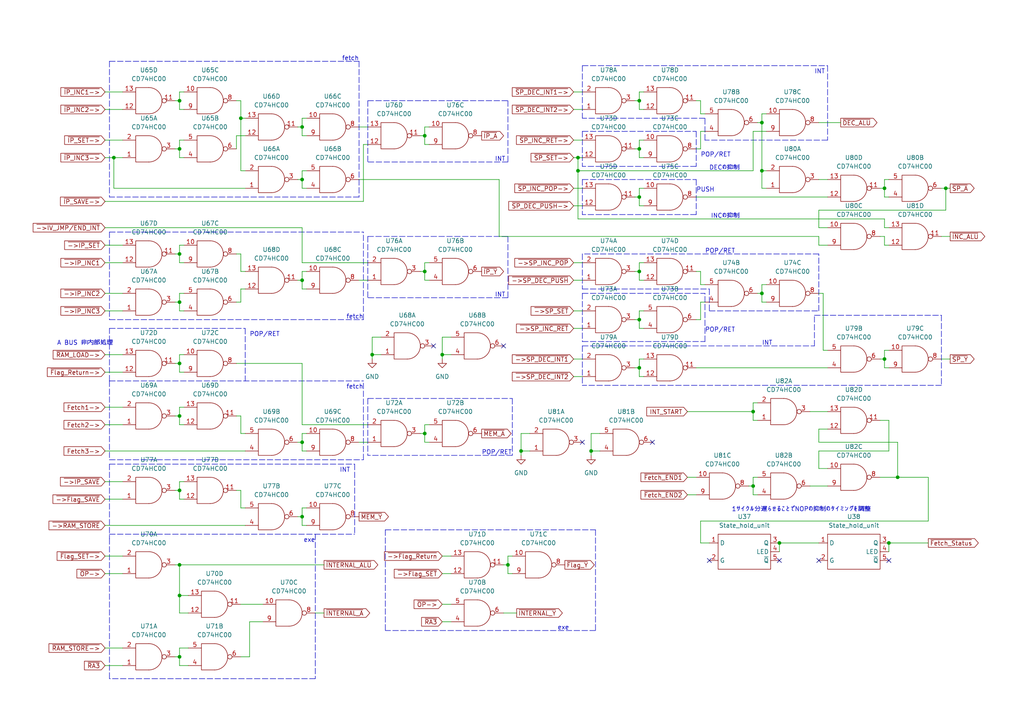
<source format=kicad_sch>
(kicad_sch (version 20211123) (generator eeschema)
  (paper "A4")
  (lib_symbols
    (symbol "CD74HCXX:CD74HC00" (pin_names (offset 0.762))
      (property "Reference" "U" (at -2.54 6.985 0))
      (property "Value" "CD74HC00" (at 1.27 5.08 0))
      (symbol "CD74HC00_0_0"
        (pin power_in line (at -2.54 2.54 0) (length 0) hide (name "VCC") (number "14"))
        (pin power_in line (at -2.54 -2.54 0) (length 0) hide (name "GND") (number "7"))
      )
      (symbol "CD74HC00_0_1"
        (arc (start 0 -3.81) (mid 3.81 0) (end 0 3.81))
        (polyline (pts (xy 0 3.81) (xy -3.81 3.81) (xy -3.81 -3.81) (xy 0 -3.81)))
      )
      (symbol "CD74HC00_0_2"
        (arc (start -4.445 -3.81) (mid -3.175 0) (end -4.445 3.81))
        (arc (start -3.175 -3.81) (mid 0.803 -2.7954) (end 3.81 0))
        (polyline (pts (xy -4.445 -3.81) (xy -3.175 -3.81)))
        (polyline (pts (xy -4.445 3.81) (xy -3.175 3.81)))
        (arc (start 3.81 0) (mid 0.8099 2.8117) (end -3.175 3.81))
      )
      (symbol "CD74HC00_1_1"
        (pin input line (at -7.62 2.54 0) (length 3.81) (name "~") (number "1"))
        (pin input line (at -7.62 -2.54 0) (length 3.81) (name "~") (number "2"))
        (pin output inverted (at 7.62 0 180) (length 3.81) (name "~") (number "3"))
      )
      (symbol "CD74HC00_1_2"
        (pin input inverted (at -7.62 2.54 0) (length 3.81) (name "~") (number "1"))
        (pin input inverted (at -7.62 -2.54 0) (length 3.81) (name "~") (number "2"))
        (pin output line (at 7.62 0 180) (length 3.81) (name "~") (number "3"))
      )
      (symbol "CD74HC00_2_1"
        (pin input line (at -7.62 2.54 0) (length 3.81) (name "~") (number "4"))
        (pin input line (at -7.62 -2.54 0) (length 3.81) (name "~") (number "5"))
        (pin output inverted (at 7.62 0 180) (length 3.81) (name "~") (number "6"))
      )
      (symbol "CD74HC00_2_2"
        (pin input inverted (at -7.62 2.54 0) (length 3.81) (name "~") (number "4"))
        (pin input inverted (at -7.62 -2.54 0) (length 3.81) (name "~") (number "5"))
        (pin output line (at 7.62 0 180) (length 3.81) (name "~") (number "6"))
      )
      (symbol "CD74HC00_3_1"
        (pin input line (at -7.62 -2.54 0) (length 3.81) (name "~") (number "10"))
        (pin output inverted (at 7.62 0 180) (length 3.81) (name "~") (number "8"))
        (pin input line (at -7.62 2.54 0) (length 3.81) (name "~") (number "9"))
      )
      (symbol "CD74HC00_3_2"
        (pin input inverted (at -7.62 -2.54 0) (length 3.81) (name "~") (number "10"))
        (pin output line (at 7.62 0 180) (length 3.81) (name "~") (number "8"))
        (pin input inverted (at -7.62 2.54 0) (length 3.81) (name "~") (number "9"))
      )
      (symbol "CD74HC00_4_1"
        (pin output inverted (at 7.62 0 180) (length 3.81) (name "~") (number "11"))
        (pin input line (at -7.62 2.54 0) (length 3.81) (name "~") (number "12"))
        (pin input line (at -7.62 -2.54 0) (length 3.81) (name "~") (number "13"))
      )
      (symbol "CD74HC00_4_2"
        (pin output line (at 7.62 0 180) (length 3.81) (name "~") (number "11"))
        (pin input inverted (at -7.62 2.54 0) (length 3.81) (name "~") (number "12"))
        (pin input inverted (at -7.62 -2.54 0) (length 3.81) (name "~") (number "13"))
      )
    )
    (symbol "State_hold_unit:State_hold_unit"
      (property "Reference" "U" (at 0 0 0))
      (property "Value" "State_hold_unit" (at 0 -12.7 0))
      (symbol "State_hold_unit_0_1"
        (rectangle (start -7.62 -1.27) (end 7.62 -11.43))
      )
      (symbol "State_hold_unit_1_1"
        (pin input line (at -10.16 -3.81 0) (length 2.54) (name "D") (number "1"))
        (pin input line (at -10.16 -8.89 0) (length 2.54) (name "G") (number "2"))
        (pin output line (at 10.16 -3.81 180) (length 2.54) (name "Q") (number "3"))
        (pin input line (at 10.16 -6.35 180) (length 2.54) (name "LED") (number "4"))
        (pin output line (at 10.16 -8.89 180) (length 2.54) (name "~{Q}") (number "5"))
      )
    )
    (symbol "power:GND" (power) (pin_names (offset 0))
      (property "Value" "GND" (at 0 -3.81 0))
      (symbol "GND_0_1"
        (polyline (pts (xy 0 0) (xy 0 -1.27) (xy 1.27 -1.27) (xy 0 -2.54) (xy -1.27 -1.27) (xy 0 -1.27)))
      )
      (symbol "GND_1_1"
        (pin power_in line (at 0 0 270) (length 0) hide (name "GND") (number "1"))
      )
    )
  )
  (junction (at 123.19 78.74))
  (junction (at 256.54 104.14))
  (junction (at 52.07 163.83))
  (junction (at 218.44 119.38))
  (junction (at 52.07 190.5))
  (junction (at 220.98 85.09))
  (junction (at 171.45 130.81))
  (junction (at 123.19 39.37))
  (junction (at 52.07 120.65))
  (junction (at 87.63 52.07))
  (junction (at 257.81 157.48))
  (junction (at 52.07 73.66))
  (junction (at 185.42 106.68))
  (junction (at 87.63 36.83))
  (junction (at 123.19 125.73))
  (junction (at 52.07 87.63))
  (junction (at 185.42 43.18))
  (junction (at 69.85 34.29))
  (junction (at 167.64 45.72))
  (junction (at 128.27 102.87))
  (junction (at 185.42 78.74))
  (junction (at 218.44 140.97))
  (junction (at 220.98 49.53))
  (junction (at 185.42 57.15))
  (junction (at 87.63 149.86))
  (junction (at 167.64 49.53))
  (junction (at 147.32 163.83))
  (junction (at 151.13 130.81))
  (junction (at 52.07 29.21))
  (junction (at 185.42 29.21))
  (junction (at 52.07 142.24))
  (junction (at 52.07 172.72))
  (junction (at 52.07 43.18))
  (junction (at 52.07 105.41))
  (junction (at 220.98 35.56))
  (junction (at 260.35 138.43))
  (junction (at 185.42 92.71))
  (junction (at 87.63 128.27))
  (junction (at 87.63 81.28))
  (junction (at 107.95 102.87))
  (junction (at 33.02 45.72))
  (junction (at 274.32 54.61))
  (junction (at 226.06 157.48))
  (junction (at 256.54 54.61))
  (no_connect (at 257.81 162.56))
  (no_connect (at 237.49 162.56))
  (no_connect (at 125.73 100.33))
  (no_connect (at 146.05 100.33))
  (no_connect (at 205.74 162.56))
  (no_connect (at 226.06 162.56))
  (no_connect (at 168.91 128.27))
  (no_connect (at 189.23 128.27))
  (polyline (pts (xy 172.72 153.67) (xy 172.72 182.88)))
  (wire (pts (xy 30.48 76.2) (xy 35.56 76.2)))
  (wire (pts (xy 168.91 90.17) (xy 166.37 90.17)))
  (wire (pts (xy 69.85 73.66) (xy 69.85 78.74)))
  (wire (pts (xy 256.54 54.61) (xy 256.54 57.15)))
  (wire (pts (xy 201.93 43.18) (xy 203.2 43.18)))
  (wire (pts (xy 220.98 85.09) (xy 220.98 82.55)))
  (wire (pts (xy 128.27 102.87) (xy 130.81 102.87)))
  (wire (pts (xy 186.69 95.25) (xy 185.42 95.25)))
  (wire (pts (xy 185.42 76.2) (xy 186.69 76.2)))
  (wire (pts (xy 123.19 125.73) (xy 123.19 123.19)))
  (wire (pts (xy 255.27 68.58) (xy 256.54 68.58)))
  (wire (pts (xy 68.58 105.41) (xy 87.63 105.41)))
  (wire (pts (xy 107.95 97.79) (xy 110.49 97.79)))
  (polyline (pts (xy 147.32 29.21) (xy 147.32 46.99)))
  (polyline (pts (xy 147.32 86.36) (xy 106.68 86.36)))
  (wire (pts (xy 50.8 43.18) (xy 52.07 43.18)))
  (wire (pts (xy 52.07 26.67) (xy 53.34 26.67)))
  (wire (pts (xy 168.91 31.75) (xy 166.37 31.75)))
  (wire (pts (xy 237.49 60.96) (xy 274.32 60.96)))
  (polyline (pts (xy 31.75 134.62) (xy 102.87 134.62)))
  (wire (pts (xy 30.48 187.96) (xy 35.56 187.96)))
  (polyline (pts (xy 168.91 85.09) (xy 168.91 99.06)))
  (wire (pts (xy 185.42 92.71) (xy 185.42 95.25)))
  (wire (pts (xy 30.48 118.11) (xy 35.56 118.11)))
  (polyline (pts (xy 240.03 19.05) (xy 240.03 40.64)))
  (wire (pts (xy 54.61 193.04) (xy 52.07 193.04)))
  (wire (pts (xy 186.69 109.22) (xy 185.42 109.22)))
  (wire (pts (xy 269.24 151.13) (xy 269.24 138.43)))
  (wire (pts (xy 88.9 54.61) (xy 87.63 54.61)))
  (polyline (pts (xy 273.05 111.76) (xy 168.91 111.76)))
  (wire (pts (xy 238.76 101.6) (xy 240.03 101.6)))
  (wire (pts (xy 184.15 92.71) (xy 185.42 92.71)))
  (wire (pts (xy 185.42 57.15) (xy 185.42 54.61)))
  (wire (pts (xy 52.07 177.8) (xy 52.07 172.72)))
  (wire (pts (xy 69.85 29.21) (xy 69.85 34.29)))
  (wire (pts (xy 53.34 31.75) (xy 52.07 31.75)))
  (wire (pts (xy 203.2 38.1) (xy 204.47 38.1)))
  (wire (pts (xy 52.07 40.64) (xy 53.34 40.64)))
  (polyline (pts (xy 205.74 90.17) (xy 237.49 90.17)))
  (wire (pts (xy 52.07 73.66) (xy 52.07 76.2)))
  (wire (pts (xy 52.07 120.65) (xy 52.07 123.19)))
  (wire (pts (xy 203.2 92.71) (xy 203.2 87.63)))
  (wire (pts (xy 234.95 140.97) (xy 240.03 140.97)))
  (polyline (pts (xy 148.59 115.57) (xy 148.59 132.08)))
  (wire (pts (xy 171.45 130.81) (xy 173.99 130.81)))
  (wire (pts (xy 30.48 31.75) (xy 35.56 31.75)))
  (wire (pts (xy 30.48 123.19) (xy 35.56 123.19)))
  (wire (pts (xy 222.25 54.61) (xy 220.98 54.61)))
  (wire (pts (xy 72.39 180.34) (xy 76.2 180.34)))
  (wire (pts (xy 68.58 87.63) (xy 69.85 87.63)))
  (wire (pts (xy 257.81 57.15) (xy 256.54 57.15)))
  (wire (pts (xy 220.98 33.02) (xy 222.25 33.02)))
  (wire (pts (xy 168.91 26.67) (xy 166.37 26.67)))
  (wire (pts (xy 220.98 49.53) (xy 222.25 49.53)))
  (wire (pts (xy 256.54 104.14) (xy 256.54 101.6)))
  (wire (pts (xy 185.42 43.18) (xy 185.42 40.64)))
  (wire (pts (xy 219.71 121.92) (xy 218.44 121.92)))
  (polyline (pts (xy 31.75 67.31) (xy 31.75 92.71)))
  (wire (pts (xy 69.85 142.24) (xy 69.85 147.32)))
  (wire (pts (xy 121.92 78.74) (xy 123.19 78.74)))
  (wire (pts (xy 52.07 29.21) (xy 52.07 31.75)))
  (wire (pts (xy 186.69 81.28) (xy 185.42 81.28)))
  (wire (pts (xy 52.07 85.09) (xy 53.34 85.09)))
  (wire (pts (xy 30.48 166.37) (xy 35.56 166.37)))
  (polyline (pts (xy 168.91 19.05) (xy 168.91 34.29)))
  (wire (pts (xy 237.49 66.04) (xy 237.49 60.96)))
  (polyline (pts (xy 91.44 154.94) (xy 91.44 196.85)))
  (wire (pts (xy 86.36 52.07) (xy 87.63 52.07)))
  (wire (pts (xy 218.44 38.1) (xy 222.25 38.1)))
  (wire (pts (xy 87.63 147.32) (xy 88.9 147.32)))
  (wire (pts (xy 203.2 29.21) (xy 203.2 33.02)))
  (wire (pts (xy 53.34 123.19) (xy 52.07 123.19)))
  (wire (pts (xy 106.68 128.27) (xy 104.14 128.27)))
  (wire (pts (xy 257.81 66.04) (xy 256.54 66.04)))
  (polyline (pts (xy 237.49 90.17) (xy 237.49 73.66)))
  (wire (pts (xy 52.07 139.7) (xy 53.34 139.7)))
  (wire (pts (xy 30.48 161.29) (xy 35.56 161.29)))
  (wire (pts (xy 199.39 143.51) (xy 201.93 143.51)))
  (wire (pts (xy 88.9 83.82) (xy 87.63 83.82)))
  (wire (pts (xy 201.93 106.68) (xy 240.03 106.68)))
  (wire (pts (xy 87.63 36.83) (xy 87.63 34.29)))
  (wire (pts (xy 105.41 41.91) (xy 106.68 41.91)))
  (wire (pts (xy 30.48 45.72) (xy 33.02 45.72)))
  (wire (pts (xy 220.98 35.56) (xy 220.98 49.53)))
  (wire (pts (xy 185.42 57.15) (xy 185.42 59.69)))
  (wire (pts (xy 128.27 166.37) (xy 130.81 166.37)))
  (wire (pts (xy 52.07 190.5) (xy 52.07 187.96)))
  (wire (pts (xy 217.17 140.97) (xy 218.44 140.97)))
  (wire (pts (xy 52.07 90.17) (xy 52.07 87.63)))
  (wire (pts (xy 237.49 135.89) (xy 237.49 130.81)))
  (polyline (pts (xy 106.68 115.57) (xy 106.68 132.08)))
  (polyline (pts (xy 91.44 196.85) (xy 31.75 196.85)))
  (polyline (pts (xy 111.76 153.67) (xy 172.72 153.67)))
  (polyline (pts (xy 31.75 92.71) (xy 105.41 92.71)))
  (wire (pts (xy 144.78 68.58) (xy 237.49 68.58)))
  (wire (pts (xy 257.81 157.48) (xy 257.81 160.02)))
  (wire (pts (xy 87.63 81.28) (xy 87.63 83.82)))
  (wire (pts (xy 69.85 83.82) (xy 71.12 83.82)))
  (wire (pts (xy 151.13 130.81) (xy 153.67 130.81)))
  (wire (pts (xy 123.19 39.37) (xy 123.19 36.83)))
  (wire (pts (xy 203.2 78.74) (xy 203.2 82.55)))
  (polyline (pts (xy 205.74 83.82) (xy 205.74 90.17)))
  (wire (pts (xy 167.64 45.72) (xy 168.91 45.72)))
  (wire (pts (xy 186.69 59.69) (xy 185.42 59.69)))
  (wire (pts (xy 203.2 43.18) (xy 203.2 38.1)))
  (wire (pts (xy 87.63 123.19) (xy 106.68 123.19)))
  (polyline (pts (xy 201.93 52.07) (xy 201.93 62.23)))
  (polyline (pts (xy 168.91 85.09) (xy 204.47 85.09)))
  (wire (pts (xy 201.93 29.21) (xy 203.2 29.21)))
  (wire (pts (xy 237.49 130.81) (xy 257.81 130.81)))
  (wire (pts (xy 275.59 54.61) (xy 274.32 54.61)))
  (wire (pts (xy 54.61 177.8) (xy 52.07 177.8)))
  (wire (pts (xy 69.85 175.26) (xy 76.2 175.26)))
  (wire (pts (xy 151.13 132.08) (xy 151.13 130.81)))
  (wire (pts (xy 123.19 76.2) (xy 124.46 76.2)))
  (wire (pts (xy 199.39 119.38) (xy 218.44 119.38)))
  (wire (pts (xy 123.19 78.74) (xy 123.19 76.2)))
  (polyline (pts (xy 105.41 92.71) (xy 105.41 67.31)))
  (wire (pts (xy 171.45 130.81) (xy 171.45 125.73)))
  (wire (pts (xy 218.44 116.84) (xy 219.71 116.84)))
  (polyline (pts (xy 201.93 38.1) (xy 201.93 48.26)))
  (wire (pts (xy 87.63 128.27) (xy 87.63 125.73)))
  (wire (pts (xy 151.13 130.81) (xy 151.13 125.73)))
  (wire (pts (xy 68.58 73.66) (xy 69.85 73.66)))
  (polyline (pts (xy 106.68 29.21) (xy 106.68 46.99)))
  (wire (pts (xy 256.54 66.04) (xy 256.54 63.5)))
  (wire (pts (xy 53.34 144.78) (xy 52.07 144.78)))
  (wire (pts (xy 87.63 34.29) (xy 88.9 34.29)))
  (wire (pts (xy 53.34 45.72) (xy 52.07 45.72)))
  (wire (pts (xy 50.8 73.66) (xy 52.07 73.66)))
  (wire (pts (xy 185.42 106.68) (xy 185.42 109.22)))
  (wire (pts (xy 53.34 90.17) (xy 52.07 90.17)))
  (wire (pts (xy 168.91 95.25) (xy 166.37 95.25)))
  (wire (pts (xy 50.8 163.83) (xy 52.07 163.83)))
  (wire (pts (xy 256.54 104.14) (xy 256.54 106.68)))
  (wire (pts (xy 50.8 142.24) (xy 52.07 142.24)))
  (wire (pts (xy 222.25 87.63) (xy 220.98 87.63)))
  (wire (pts (xy 72.39 190.5) (xy 72.39 180.34)))
  (wire (pts (xy 185.42 29.21) (xy 185.42 26.67)))
  (wire (pts (xy 30.48 130.81) (xy 71.12 130.81)))
  (wire (pts (xy 30.48 58.42) (xy 105.41 58.42)))
  (wire (pts (xy 185.42 78.74) (xy 185.42 81.28)))
  (wire (pts (xy 237.49 128.27) (xy 260.35 128.27)))
  (wire (pts (xy 52.07 105.41) (xy 52.07 107.95)))
  (wire (pts (xy 107.95 104.14) (xy 107.95 102.87)))
  (polyline (pts (xy 71.12 95.25) (xy 71.12 110.49)))
  (wire (pts (xy 106.68 81.28) (xy 104.14 81.28)))
  (wire (pts (xy 30.48 102.87) (xy 35.56 102.87)))
  (wire (pts (xy 240.03 124.46) (xy 237.49 124.46)))
  (wire (pts (xy 50.8 120.65) (xy 52.07 120.65)))
  (wire (pts (xy 69.85 147.32) (xy 71.12 147.32)))
  (wire (pts (xy 185.42 104.14) (xy 186.69 104.14)))
  (wire (pts (xy 128.27 180.34) (xy 130.81 180.34)))
  (wire (pts (xy 237.49 71.12) (xy 240.03 71.12)))
  (wire (pts (xy 50.8 190.5) (xy 52.07 190.5)))
  (wire (pts (xy 69.85 87.63) (xy 69.85 83.82)))
  (wire (pts (xy 68.58 120.65) (xy 69.85 120.65)))
  (polyline (pts (xy 31.75 17.78) (xy 104.14 17.78)))
  (wire (pts (xy 86.36 128.27) (xy 87.63 128.27)))
  (wire (pts (xy 30.48 90.17) (xy 35.56 90.17)))
  (wire (pts (xy 128.27 161.29) (xy 130.81 161.29)))
  (wire (pts (xy 168.91 81.28) (xy 166.37 81.28)))
  (wire (pts (xy 106.68 36.83) (xy 104.14 36.83)))
  (wire (pts (xy 50.8 105.41) (xy 52.07 105.41)))
  (wire (pts (xy 30.48 152.4) (xy 71.12 152.4)))
  (wire (pts (xy 128.27 102.87) (xy 128.27 97.79)))
  (wire (pts (xy 220.98 49.53) (xy 220.98 54.61)))
  (wire (pts (xy 203.2 87.63) (xy 204.47 87.63)))
  (wire (pts (xy 52.07 172.72) (xy 52.07 163.83)))
  (polyline (pts (xy 106.68 115.57) (xy 148.59 115.57)))
  (polyline (pts (xy 147.32 68.58) (xy 147.32 86.36)))
  (wire (pts (xy 87.63 66.04) (xy 87.63 76.2)))
  (polyline (pts (xy 168.91 100.33) (xy 168.91 111.76)))
  (wire (pts (xy 91.44 177.8) (xy 93.98 177.8)))
  (wire (pts (xy 226.06 157.48) (xy 237.49 157.48)))
  (wire (pts (xy 30.48 71.12) (xy 35.56 71.12)))
  (wire (pts (xy 128.27 97.79) (xy 130.81 97.79)))
  (wire (pts (xy 52.07 118.11) (xy 53.34 118.11)))
  (wire (pts (xy 237.49 124.46) (xy 237.49 128.27)))
  (polyline (pts (xy 204.47 34.29) (xy 168.91 34.29)))
  (wire (pts (xy 30.48 85.09) (xy 35.56 85.09)))
  (wire (pts (xy 166.37 45.72) (xy 167.64 45.72)))
  (wire (pts (xy 220.98 85.09) (xy 220.98 87.63)))
  (wire (pts (xy 184.15 106.68) (xy 185.42 106.68)))
  (wire (pts (xy 185.42 78.74) (xy 185.42 76.2)))
  (wire (pts (xy 226.06 157.48) (xy 226.06 160.02)))
  (wire (pts (xy 87.63 39.37) (xy 87.63 36.83)))
  (wire (pts (xy 168.91 54.61) (xy 166.37 54.61)))
  (wire (pts (xy 168.91 40.64) (xy 166.37 40.64)))
  (wire (pts (xy 168.91 59.69) (xy 166.37 59.69)))
  (wire (pts (xy 147.32 161.29) (xy 148.59 161.29)))
  (wire (pts (xy 218.44 138.43) (xy 219.71 138.43)))
  (wire (pts (xy 151.13 125.73) (xy 153.67 125.73)))
  (wire (pts (xy 69.85 34.29) (xy 69.85 49.53)))
  (wire (pts (xy 107.95 102.87) (xy 107.95 97.79)))
  (wire (pts (xy 123.19 125.73) (xy 123.19 128.27)))
  (wire (pts (xy 53.34 107.95) (xy 52.07 107.95)))
  (polyline (pts (xy 240.03 40.64) (xy 204.47 40.64)))
  (wire (pts (xy 147.32 163.83) (xy 147.32 166.37)))
  (wire (pts (xy 105.41 41.91) (xy 105.41 58.42)))
  (wire (pts (xy 87.63 78.74) (xy 88.9 78.74)))
  (polyline (pts (xy 168.91 52.07) (xy 201.93 52.07)))
  (wire (pts (xy 185.42 29.21) (xy 185.42 31.75)))
  (wire (pts (xy 128.27 175.26) (xy 130.81 175.26)))
  (polyline (pts (xy 31.75 154.94) (xy 102.87 154.94)))
  (wire (pts (xy 69.85 190.5) (xy 72.39 190.5)))
  (wire (pts (xy 203.2 151.13) (xy 269.24 151.13)))
  (wire (pts (xy 104.14 52.07) (xy 144.78 52.07)))
  (wire (pts (xy 237.49 35.56) (xy 243.84 35.56)))
  (wire (pts (xy 121.92 39.37) (xy 123.19 39.37)))
  (wire (pts (xy 185.42 90.17) (xy 186.69 90.17)))
  (wire (pts (xy 260.35 138.43) (xy 269.24 138.43)))
  (wire (pts (xy 69.85 125.73) (xy 71.12 125.73)))
  (wire (pts (xy 256.54 101.6) (xy 257.81 101.6)))
  (polyline (pts (xy 31.75 110.49) (xy 105.41 110.49)))
  (wire (pts (xy 184.15 78.74) (xy 185.42 78.74)))
  (wire (pts (xy 52.07 29.21) (xy 52.07 26.67)))
  (polyline (pts (xy 31.75 110.49) (xy 31.75 133.35)))
  (polyline (pts (xy 236.22 91.44) (xy 273.05 91.44)))
  (wire (pts (xy 52.07 193.04) (xy 52.07 190.5)))
  (wire (pts (xy 52.07 43.18) (xy 52.07 40.64)))
  (wire (pts (xy 237.49 68.58) (xy 237.49 71.12)))
  (polyline (pts (xy 237.49 73.66) (xy 168.91 73.66)))
  (polyline (pts (xy 31.75 67.31) (xy 105.41 67.31)))
  (wire (pts (xy 87.63 54.61) (xy 87.63 52.07)))
  (wire (pts (xy 260.35 128.27) (xy 260.35 138.43)))
  (wire (pts (xy 238.76 85.09) (xy 238.76 101.6)))
  (wire (pts (xy 52.07 163.83) (xy 93.98 163.83)))
  (wire (pts (xy 185.42 92.71) (xy 185.42 90.17)))
  (polyline (pts (xy 31.75 17.78) (xy 31.75 57.15)))
  (wire (pts (xy 218.44 143.51) (xy 218.44 140.97)))
  (wire (pts (xy 88.9 152.4) (xy 87.63 152.4)))
  (wire (pts (xy 171.45 132.08) (xy 171.45 130.81)))
  (wire (pts (xy 257.81 121.92) (xy 255.27 121.92)))
  (wire (pts (xy 30.48 40.64) (xy 35.56 40.64)))
  (wire (pts (xy 69.85 34.29) (xy 71.12 34.29)))
  (wire (pts (xy 107.95 102.87) (xy 110.49 102.87)))
  (wire (pts (xy 256.54 52.07) (xy 257.81 52.07)))
  (wire (pts (xy 255.27 54.61) (xy 256.54 54.61)))
  (wire (pts (xy 203.2 82.55) (xy 204.47 82.55)))
  (polyline (pts (xy 201.93 62.23) (xy 168.91 62.23)))
  (wire (pts (xy 144.78 52.07) (xy 144.78 68.58)))
  (wire (pts (xy 54.61 187.96) (xy 52.07 187.96)))
  (wire (pts (xy 87.63 76.2) (xy 106.68 76.2)))
  (polyline (pts (xy 168.91 83.82) (xy 205.74 83.82)))
  (polyline (pts (xy 105.41 133.35) (xy 105.41 110.49)))
  (wire (pts (xy 203.2 157.48) (xy 205.74 157.48)))
  (wire (pts (xy 30.48 26.67) (xy 35.56 26.67)))
  (wire (pts (xy 33.02 54.61) (xy 33.02 45.72)))
  (wire (pts (xy 274.32 54.61) (xy 273.05 54.61)))
  (wire (pts (xy 256.54 63.5) (xy 167.64 63.5)))
  (polyline (pts (xy 31.75 133.35) (xy 105.41 133.35)))
  (wire (pts (xy 186.69 31.75) (xy 185.42 31.75)))
  (wire (pts (xy 30.48 139.7) (xy 35.56 139.7)))
  (wire (pts (xy 185.42 40.64) (xy 186.69 40.64)))
  (wire (pts (xy 87.63 105.41) (xy 87.63 123.19)))
  (wire (pts (xy 71.12 54.61) (xy 33.02 54.61)))
  (wire (pts (xy 237.49 85.09) (xy 238.76 85.09)))
  (polyline (pts (xy 273.05 91.44) (xy 273.05 111.76)))
  (wire (pts (xy 53.34 76.2) (xy 52.07 76.2)))
  (wire (pts (xy 201.93 57.15) (xy 240.03 57.15)))
  (wire (pts (xy 69.85 78.74) (xy 71.12 78.74)))
  (wire (pts (xy 86.36 149.86) (xy 87.63 149.86)))
  (polyline (pts (xy 104.14 57.15) (xy 31.75 57.15)))
  (wire (pts (xy 219.71 85.09) (xy 220.98 85.09)))
  (wire (pts (xy 199.39 138.43) (xy 201.93 138.43)))
  (wire (pts (xy 240.03 66.04) (xy 237.49 66.04)))
  (wire (pts (xy 87.63 128.27) (xy 87.63 130.81)))
  (wire (pts (xy 171.45 125.73) (xy 173.99 125.73)))
  (wire (pts (xy 269.24 157.48) (xy 257.81 157.48)))
  (polyline (pts (xy 168.91 100.33) (xy 236.22 100.33)))
  (wire (pts (xy 121.92 125.73) (xy 123.19 125.73)))
  (polyline (pts (xy 147.32 46.99) (xy 106.68 46.99)))
  (wire (pts (xy 52.07 142.24) (xy 52.07 139.7)))
  (wire (pts (xy 123.19 39.37) (xy 123.19 41.91)))
  (wire (pts (xy 256.54 54.61) (xy 256.54 52.07)))
  (wire (pts (xy 168.91 109.22) (xy 166.37 109.22)))
  (wire (pts (xy 87.63 81.28) (xy 87.63 78.74)))
  (polyline (pts (xy 104.14 17.78) (xy 104.14 57.15)))
  (wire (pts (xy 124.46 128.27) (xy 123.19 128.27)))
  (wire (pts (xy 128.27 104.14) (xy 128.27 102.87)))
  (wire (pts (xy 52.07 73.66) (xy 52.07 71.12)))
  (wire (pts (xy 203.2 33.02) (xy 204.47 33.02)))
  (polyline (pts (xy 31.75 110.49) (xy 31.75 95.25)))
  (wire (pts (xy 237.49 52.07) (xy 240.03 52.07)))
  (wire (pts (xy 147.32 163.83) (xy 147.32 161.29)))
  (polyline (pts (xy 172.72 182.88) (xy 111.76 182.88)))
  (wire (pts (xy 86.36 36.83) (xy 87.63 36.83)))
  (wire (pts (xy 87.63 149.86) (xy 87.63 147.32)))
  (wire (pts (xy 220.98 35.56) (xy 220.98 33.02)))
  (wire (pts (xy 69.85 29.21) (xy 68.58 29.21)))
  (wire (pts (xy 88.9 130.81) (xy 87.63 130.81)))
  (wire (pts (xy 68.58 39.37) (xy 71.12 39.37)))
  (wire (pts (xy 124.46 41.91) (xy 123.19 41.91)))
  (wire (pts (xy 50.8 29.21) (xy 52.07 29.21)))
  (wire (pts (xy 123.19 123.19) (xy 124.46 123.19)))
  (wire (pts (xy 257.81 106.68) (xy 256.54 106.68)))
  (polyline (pts (xy 168.91 99.06) (xy 204.47 99.06)))
  (wire (pts (xy 186.69 45.72) (xy 185.42 45.72)))
  (wire (pts (xy 123.19 36.83) (xy 124.46 36.83)))
  (polyline (pts (xy 168.91 19.05) (xy 240.03 19.05)))
  (wire (pts (xy 240.03 135.89) (xy 237.49 135.89)))
  (wire (pts (xy 257.81 130.81) (xy 257.81 121.92)))
  (polyline (pts (xy 111.76 153.67) (xy 111.76 182.88)))
  (wire (pts (xy 185.42 43.18) (xy 185.42 45.72)))
  (wire (pts (xy 218.44 119.38) (xy 218.44 116.84)))
  (wire (pts (xy 274.32 60.96) (xy 274.32 54.61)))
  (wire (pts (xy 50.8 87.63) (xy 52.07 87.63)))
  (wire (pts (xy 68.58 142.24) (xy 69.85 142.24)))
  (wire (pts (xy 30.48 144.78) (xy 35.56 144.78)))
  (wire (pts (xy 146.05 177.8) (xy 149.86 177.8)))
  (wire (pts (xy 52.07 142.24) (xy 52.07 144.78)))
  (wire (pts (xy 148.59 166.37) (xy 147.32 166.37)))
  (wire (pts (xy 71.12 49.53) (xy 69.85 49.53)))
  (polyline (pts (xy 106.68 68.58) (xy 106.68 86.36)))
  (wire (pts (xy 185.42 54.61) (xy 186.69 54.61)))
  (wire (pts (xy 54.61 172.72) (xy 52.07 172.72)))
  (wire (pts (xy 275.59 104.14) (xy 273.05 104.14)))
  (wire (pts (xy 146.05 163.83) (xy 147.32 163.83)))
  (wire (pts (xy 52.07 71.12) (xy 53.34 71.12)))
  (polyline (pts (xy 168.91 52.07) (xy 168.91 62.23)))
  (polyline (pts (xy 204.47 99.06) (xy 204.47 85.09)))
  (wire (pts (xy 87.63 52.07) (xy 87.63 49.53)))
  (polyline (pts (xy 148.59 132.08) (xy 106.68 132.08)))
  (wire (pts (xy 219.71 35.56) (xy 220.98 35.56)))
  (wire (pts (xy 184.15 29.21) (xy 185.42 29.21)))
  (wire (pts (xy 123.19 78.74) (xy 123.19 81.28)))
  (wire (pts (xy 88.9 39.37) (xy 87.63 39.37)))
  (wire (pts (xy 33.02 45.72) (xy 35.56 45.72)))
  (wire (pts (xy 201.93 92.71) (xy 203.2 92.71)))
  (wire (pts (xy 30.48 66.04) (xy 87.63 66.04)))
  (wire (pts (xy 168.91 76.2) (xy 166.37 76.2)))
  (polyline (pts (xy 91.44 154.94) (xy 91.44 156.21)))
  (wire (pts (xy 257.81 71.12) (xy 256.54 71.12)))
  (wire (pts (xy 30.48 107.95) (xy 35.56 107.95)))
  (polyline (pts (xy 102.87 134.62) (xy 102.87 154.94)))
  (wire (pts (xy 185.42 26.67) (xy 186.69 26.67)))
  (wire (pts (xy 52.07 105.41) (xy 52.07 102.87)))
  (wire (pts (xy 87.63 49.53) (xy 88.9 49.53)))
  (wire (pts (xy 167.64 45.72) (xy 167.64 49.53)))
  (polyline (pts (xy 106.68 68.58) (xy 147.32 68.58)))
  (wire (pts (xy 167.64 49.53) (xy 218.44 49.53)))
  (wire (pts (xy 87.63 149.86) (xy 87.63 152.4)))
  (polyline (pts (xy 31.75 134.62) (xy 31.75 156.21)))
  (polyline (pts (xy 204.47 40.64) (xy 204.47 34.29)))
  (polyline (pts (xy 106.68 29.21) (xy 147.32 29.21)))
  (wire (pts (xy 255.27 104.14) (xy 256.54 104.14)))
  (polyline (pts (xy 31.75 156.21) (xy 31.75 196.85)))
  (wire (pts (xy 86.36 81.28) (xy 87.63 81.28)))
  (wire (pts (xy 184.15 57.15) (xy 185.42 57.15)))
  (wire (pts (xy 184.15 43.18) (xy 185.42 43.18)))
  (wire (pts (xy 52.07 102.87) (xy 53.34 102.87)))
  (polyline (pts (xy 168.91 38.1) (xy 201.93 38.1)))
  (wire (pts (xy 201.93 78.74) (xy 203.2 78.74)))
  (wire (pts (xy 256.54 68.58) (xy 256.54 71.12)))
  (wire (pts (xy 218.44 49.53) (xy 218.44 38.1)))
  (wire (pts (xy 234.95 119.38) (xy 240.03 119.38)))
  (wire (pts (xy 52.07 87.63) (xy 52.07 85.09)))
  (wire (pts (xy 185.42 106.68) (xy 185.42 104.14)))
  (polyline (pts (xy 168.91 73.66) (xy 168.91 83.82)))
  (polyline (pts (xy 31.75 95.25) (xy 71.12 95.25)))
  (wire (pts (xy 219.71 143.51) (xy 218.44 143.51)))
  (wire (pts (xy 168.91 104.14) (xy 166.37 104.14)))
  (wire (pts (xy 69.85 120.65) (xy 69.85 125.73)))
  (wire (pts (xy 167.64 63.5) (xy 167.64 49.53)))
  (wire (pts (xy 218.44 121.92) (xy 218.44 119.38)))
  (wire (pts (xy 124.46 81.28) (xy 123.19 81.28)))
  (polyline (pts (xy 201.93 48.26) (xy 168.91 48.26)))
  (polyline (pts (xy 168.91 38.1) (xy 168.91 48.26)))
  (wire (pts (xy 203.2 157.48) (xy 203.2 151.13)))
  (wire (pts (xy 52.07 45.72) (xy 52.07 43.18)))
  (wire (pts (xy 275.59 68.58) (xy 273.05 68.58)))
  (wire (pts (xy 87.63 125.73) (xy 88.9 125.73)))
  (wire (pts (xy 52.07 120.65) (xy 52.07 118.11)))
  (wire (pts (xy 218.44 140.97) (xy 218.44 138.43)))
  (wire (pts (xy 68.58 43.18) (xy 68.58 39.37)))
  (polyline (pts (xy 236.22 100.33) (xy 236.22 91.44)))
  (wire (pts (xy 30.48 193.04) (xy 35.56 193.04)))
  (wire (pts (xy 220.98 82.55) (xy 222.25 82.55)))
  (wire (pts (xy 260.35 138.43) (xy 255.27 138.43)))
  (text "POP/RET" (at 139.7 132.08 0) (effects (font (size 1.27 1.27)) (justify left bottom)))
  (text "INCの抑制" (at 214.63 63.5 180) (effects (font (size 1.27 1.27)) (justify right bottom)))
  (text "DECの抑制" (at 214.63 49.53 180) (effects (font (size 1.27 1.27)) (justify right bottom)))
  (text "1サイクル分遅らせることでNOPの抑制のタイミングを調整" (at 252.73 148.59 180) (effects (font (size 1.27 1.27)) (justify right bottom)))
  (text "POP/RET" (at 203.2 45.72 0) (effects (font (size 1.27 1.27)) (justify left bottom)))
  (text "INT" (at 143.51 86.36 0) (effects (font (size 1.27 1.27)) (justify left bottom)))
  (text "A BUS 非内部処理" (at 16.51 100.33 0) (effects (font (size 1.27 1.27)) (justify left bottom)))
  (text "POP/RET" (at 204.47 96.52 0) (effects (font (size 1.27 1.27)) (justify left bottom)))
  (text "INT" (at 220.98 100.33 0) (effects (font (size 1.27 1.27)) (justify left bottom)))
  (text "fetch" (at 105.41 113.03 180) (effects (font (size 1.27 1.27)) (justify right bottom)))
  (text "fetch" (at 105.41 92.71 180) (effects (font (size 1.27 1.27)) (justify right bottom)))
  (text "exe" (at 165.1 182.88 180) (effects (font (size 1.27 1.27)) (justify right bottom)))
  (text "exe" (at 91.44 157.48 180) (effects (font (size 1.27 1.27)) (justify right bottom)))
  (text "POP/RET" (at 72.39 97.79 0) (effects (font (size 1.27 1.27)) (justify left bottom)))
  (text "fetch" (at 104.14 17.78 180) (effects (font (size 1.27 1.27)) (justify right bottom)))
  (text "INT" (at 101.6 137.16 180) (effects (font (size 1.27 1.27)) (justify right bottom)))
  (text "PUSH" (at 201.93 55.88 0) (effects (font (size 1.27 1.27)) (justify left bottom)))
  (text "POP/RET" (at 204.47 73.66 0) (effects (font (size 1.27 1.27)) (justify left bottom)))
  (text "INT" (at 143.51 46.99 0) (effects (font (size 1.27 1.27)) (justify left bottom)))
  (text "INT" (at 236.22 21.59 0) (effects (font (size 1.27 1.27)) (justify left bottom)))
  (global_label "~{MEM_Y}" (shape output) (at 104.14 149.86 0) (property "Intersheet References" "${INTERSHEET_REFS}" (effects hide)))
  (global_label "~{->IP_INC2}" (shape input) (at 30.48 85.09 180) (property "Intersheet References" "${INTERSHEET_REFS}" (effects hide)))
  (global_label "~{IP_SAVE->}" (shape input) (at 30.48 58.42 180) (property "Intersheet References" "${INTERSHEET_REFS}" (effects hide)))
  (global_label "Fetch1->" (shape input) (at 30.48 118.11 180) (property "Intersheet References" "${INTERSHEET_REFS}" (effects hide)))
  (global_label "~{->IP_SAVE}" (shape input) (at 30.48 139.7 180) (property "Intersheet References" "${INTERSHEET_REFS}" (effects hide)))
  (global_label "~{->RAM_STORE}" (shape input) (at 30.48 152.4 180) (property "Intersheet References" "${INTERSHEET_REFS}" (effects hide)))
  (global_label "~{SP_DEC_INT2->}" (shape input) (at 166.37 31.75 180) (property "Intersheet References" "${INTERSHEET_REFS}" (effects hide)))
  (global_label "~{RAM_LOAD->}" (shape input) (at 30.48 102.87 180) (property "Intersheet References" "${INTERSHEET_REFS}" (effects hide)))
  (global_label "~{SP_DEC_INT1->}" (shape input) (at 166.37 26.67 180) (property "Intersheet References" "${INTERSHEET_REFS}" (effects hide)))
  (global_label "~{->SP_DEC_INT2}" (shape input) (at 166.37 109.22 180) (property "Intersheet References" "${INTERSHEET_REFS}" (effects hide)))
  (global_label "~{OP->}" (shape input) (at 30.48 166.37 180) (property "Intersheet References" "${INTERSHEET_REFS}" (effects hide)))
  (global_label "Fetch3->" (shape input) (at 30.48 130.81 180) (property "Intersheet References" "${INTERSHEET_REFS}" (effects hide)))
  (global_label "~{IP_INC2->}" (shape input) (at 30.48 31.75 180) (property "Intersheet References" "${INTERSHEET_REFS}" (effects hide)))
  (global_label "~{->Flag_SAVE}" (shape input) (at 30.48 144.78 180) (property "Intersheet References" "${INTERSHEET_REFS}" (effects hide)))
  (global_label "~{INTERNAL_ALU}" (shape output) (at 93.98 163.83 0) (property "Intersheet References" "${INTERSHEET_REFS}" (effects hide)))
  (global_label "~{SP_INC_POP->}" (shape input) (at 166.37 54.61 180) (property "Intersheet References" "${INTERSHEET_REFS}" (effects hide)))
  (global_label "~{Fetch_END1}" (shape input) (at 199.39 138.43 180) (property "Intersheet References" "${INTERSHEET_REFS}" (effects hide)))
  (global_label "~{INTERNAL_A}" (shape output) (at 93.98 177.8 0) (property "Intersheet References" "${INTERSHEET_REFS}" (effects hide)))
  (global_label "~{RA3}" (shape input) (at 128.27 180.34 180) (property "Intersheet References" "${INTERSHEET_REFS}" (effects hide)))
  (global_label "~{MEM_A}" (shape output) (at 139.7 125.73 0) (property "Intersheet References" "${INTERSHEET_REFS}" (effects hide)))
  (global_label "~{IP_SET->}" (shape input) (at 30.48 40.64 180) (property "Intersheet References" "${INTERSHEET_REFS}" (effects hide)))
  (global_label "~{IP_A}" (shape output) (at 139.7 39.37 0) (property "Intersheet References" "${INTERSHEET_REFS}" (effects hide)))
  (global_label "~{->Flag_Return}" (shape input) (at 128.27 161.29 180) (property "Intersheet References" "${INTERSHEET_REFS}" (effects hide)))
  (global_label "~{->SP_INC_POP}" (shape input) (at 166.37 76.2 180) (property "Intersheet References" "${INTERSHEET_REFS}" (effects hide)))
  (global_label "~{->IV_JMP{slash}END_INT}" (shape input) (at 30.48 66.04 180) (property "Intersheet References" "${INTERSHEET_REFS}" (effects hide)))
  (global_label "~{Flag_Return->}" (shape input) (at 30.48 107.95 180) (property "Intersheet References" "${INTERSHEET_REFS}" (effects hide)))
  (global_label "~{DEC_ALU}" (shape output) (at 243.84 35.56 0) (property "Intersheet References" "${INTERSHEET_REFS}" (effects hide)))
  (global_label "~{RA3}" (shape input) (at 30.48 193.04 180) (property "Intersheet References" "${INTERSHEET_REFS}" (effects hide)))
  (global_label "~{Fetch_END2}" (shape input) (at 199.39 143.51 180) (property "Intersheet References" "${INTERSHEET_REFS}" (effects hide)))
  (global_label "INT_START" (shape input) (at 199.39 119.38 180) (property "Intersheet References" "${INTERSHEET_REFS}" (effects hide)))
  (global_label "~{INTERNAL_Y}" (shape output) (at 149.86 177.8 0) (property "Intersheet References" "${INTERSHEET_REFS}" (effects hide)))
  (global_label "~{RAM_STORE->}" (shape input) (at 30.48 187.96 180) (property "Intersheet References" "${INTERSHEET_REFS}" (effects hide)))
  (global_label "~{IP_INC3->}" (shape input) (at 30.48 45.72 180) (property "Intersheet References" "${INTERSHEET_REFS}" (effects hide)))
  (global_label "~{Flag_Y}" (shape output) (at 163.83 163.83 0) (property "Intersheet References" "${INTERSHEET_REFS}" (effects hide)))
  (global_label "~{SP_Y}" (shape output) (at 275.59 104.14 0) (property "Intersheet References" "${INTERSHEET_REFS}" (effects hide)))
  (global_label "~{Fetch_Status}" (shape output) (at 269.24 157.48 0) (property "Intersheet References" "${INTERSHEET_REFS}" (effects hide)))
  (global_label "~{SP_INC_RET->}" (shape input) (at 166.37 40.64 180) (property "Intersheet References" "${INTERSHEET_REFS}" (effects hide)))
  (global_label "~{->SP_DEC_INT1}" (shape input) (at 166.37 104.14 180) (property "Intersheet References" "${INTERSHEET_REFS}" (effects hide)))
  (global_label "~{IP_INC1->}" (shape input) (at 30.48 26.67 180) (property "Intersheet References" "${INTERSHEET_REFS}" (effects hide)))
  (global_label "~{->Flag_SET}" (shape input) (at 128.27 166.37 180) (property "Intersheet References" "${INTERSHEET_REFS}" (effects hide)))
  (global_label "~{INC_ALU}" (shape output) (at 275.59 68.58 0) (property "Intersheet References" "${INTERSHEET_REFS}" (effects hide)))
  (global_label "~{SP_A}" (shape output) (at 275.59 54.61 0) (property "Intersheet References" "${INTERSHEET_REFS}" (effects hide)))
  (global_label "~{->SP_INC_RET}" (shape input) (at 166.37 95.25 180) (property "Intersheet References" "${INTERSHEET_REFS}" (effects hide)))
  (global_label "~{->IP_SET}" (shape input) (at 30.48 71.12 180) (property "Intersheet References" "${INTERSHEET_REFS}" (effects hide)))
  (global_label "~{SP_DEC_PUSH->}" (shape input) (at 166.37 59.69 180) (property "Intersheet References" "${INTERSHEET_REFS}" (effects hide)))
  (global_label "~{OP->}" (shape input) (at 128.27 175.26 180) (property "Intersheet References" "${INTERSHEET_REFS}" (effects hide)))
  (global_label "~{->IP_INC3}" (shape input) (at 30.48 90.17 180) (property "Intersheet References" "${INTERSHEET_REFS}" (effects hide)))
  (global_label "~{->SP_DEC_PUSH}" (shape input) (at 166.37 81.28 180) (property "Intersheet References" "${INTERSHEET_REFS}" (effects hide)))
  (global_label "Fetch2->" (shape input) (at 30.48 123.19 180) (property "Intersheet References" "${INTERSHEET_REFS}" (effects hide)))
  (global_label "~{->SP_SET}" (shape input) (at 166.37 90.17 180) (property "Intersheet References" "${INTERSHEET_REFS}" (effects hide)))
  (global_label "~{SP_SET->}" (shape input) (at 166.37 45.72 180) (property "Intersheet References" "${INTERSHEET_REFS}" (effects hide)))
  (global_label "~{->IP_INC1}" (shape input) (at 30.48 76.2 180) (property "Intersheet References" "${INTERSHEET_REFS}" (effects hide)))
  (global_label "~{Flag_SET->}" (shape input) (at 30.48 161.29 180) (property "Intersheet References" "${INTERSHEET_REFS}" (effects hide)))
  (global_label "~{IP_Y}" (shape output) (at 139.7 78.74 0) (property "Intersheet References" "${INTERSHEET_REFS}" (effects hide)))
  (symbol (lib_id "CD74HCXX:CD74HC00") (at 96.52 81.28 0) (mirror x) (unit 3)
    (property "Reference" "U68" (at 96.52 72.39 0))
    (property "Value" "CD74HC00" (at 96.52 74.93 0))
    (property "Footprint" "Package_DIP:DIP-14_W7.62mm" (effects hide))
  )
  (symbol (lib_id "CD74HCXX:CD74HC00") (at 247.65 121.92 0) (mirror x) (unit 4)
    (property "Reference" "U82" (at 247.65 113.03 0))
    (property "Value" "CD74HC00" (at 247.65 115.57 0))
    (property "Footprint" "Package_DIP:DIP-14_W7.62mm" (effects hide))
  )
  (symbol (lib_id "CD74HCXX:CD74HC00") (at 227.33 119.38 0) (mirror x) (unit 1)
    (property "Reference" "U82" (at 227.33 110.49 0))
    (property "Value" "CD74HC00" (at 227.33 113.03 0))
    (property "Footprint" "Package_DIP:DIP-14_W7.62mm" (effects hide))
  )
  (symbol (lib_id "CD74HCXX:CD74HC00") (at 176.53 57.15 0) (mirror x) (unit 4)
    (property "Reference" "U75" (at 176.53 48.26 0))
    (property "Value" "CD74HC00" (at 176.53 50.8 0))
    (property "Footprint" "Package_DIP:DIP-14_W7.62mm" (effects hide))
  )
  (symbol (lib_id "CD74HCXX:CD74HC00") (at 60.96 120.65 0) (mirror x) (unit 4)
    (property "Reference" "U69" (at 60.96 111.76 0))
    (property "Value" "CD74HC00" (at 60.96 114.3 0))
    (property "Footprint" "Package_DIP:DIP-14_W7.62mm" (effects hide))
  )
  (symbol (lib_id "CD74HCXX:CD74HC00") (at 96.52 128.27 0) (mirror x) (unit 3)
    (property "Reference" "U69" (at 96.52 119.38 0))
    (property "Value" "CD74HC00" (at 96.52 121.92 0))
    (property "Footprint" "Package_DIP:DIP-14_W7.62mm" (effects hide))
  )
  (symbol (lib_id "CD74HCXX:CD74HC00") (at 176.53 43.18 0) (mirror x) (unit 4)
    (property "Reference" "U73" (at 176.53 34.29 0))
    (property "Value" "CD74HC00" (at 176.53 36.83 0))
    (property "Footprint" "Package_DIP:DIP-14_W7.62mm" (effects hide))
  )
  (symbol (lib_id "CD74HCXX:CD74HC00") (at 43.18 142.24 0) (mirror x) (unit 1)
    (property "Reference" "U77" (at 43.18 133.35 0))
    (property "Value" "CD74HC00" (at 43.18 135.89 0))
    (property "Footprint" "Package_DIP:DIP-14_W7.62mm" (effects hide))
  )
  (symbol (lib_id "CD74HCXX:CD74HC00") (at 43.18 190.5 0) (mirror x) (unit 1)
    (property "Reference" "U71" (at 43.18 181.61 0))
    (property "Value" "CD74HC00" (at 43.18 184.15 0))
    (property "Footprint" "Package_DIP:DIP-14_W7.62mm" (effects hide))
  )
  (symbol (lib_id "CD74HCXX:CD74HC00") (at 60.96 73.66 0) (mirror x) (unit 3)
    (property "Reference" "U67" (at 60.96 64.77 0))
    (property "Value" "CD74HC00" (at 60.96 67.31 0))
    (property "Footprint" "Package_DIP:DIP-14_W7.62mm" (effects hide))
  )
  (symbol (lib_id "CD74HCXX:CD74HC00") (at 43.18 87.63 0) (mirror x) (unit 1)
    (property "Reference" "U67" (at 43.18 78.74 0))
    (property "Value" "CD74HC00" (at 43.18 81.28 0))
    (property "Footprint" "Package_DIP:DIP-14_W7.62mm" (effects hide))
  )
  (symbol (lib_id "CD74HCXX:CD74HC00") (at 265.43 68.58 0) (mirror x) (unit 4)
    (property "Reference" "U81" (at 265.43 59.69 0))
    (property "Value" "CD74HC00" (at 265.43 62.23 0))
    (property "Footprint" "Package_DIP:DIP-14_W7.62mm" (effects hide))
  )
  (symbol (lib_id "CD74HCXX:CD74HC00") (at 43.18 73.66 0) (mirror x) (unit 4)
    (property "Reference" "U67" (at 43.18 64.77 0))
    (property "Value" "CD74HC00" (at 43.18 67.31 0))
    (property "Footprint" "Package_DIP:DIP-14_W7.62mm" (effects hide))
  )
  (symbol (lib_id "power:GND") (at 151.13 132.08 0) (unit 1)
    (property "Reference" "#PWR015" (effects hide))
    (property "Value" "GND" (at 151.13 137.16 0))
  )
  (symbol (lib_id "CD74HCXX:CD74HC00") (at 209.55 140.97 0) (mirror x) (unit 3)
    (property "Reference" "U81" (at 209.55 132.08 0))
    (property "Value" "CD74HC00" (at 209.55 134.62 0))
    (property "Footprint" "Package_DIP:DIP-14_W7.62mm" (effects hide))
  )
  (symbol (lib_id "power:GND") (at 107.95 104.14 0) (unit 1)
    (property "Reference" "#PWR013" (effects hide))
    (property "Value" "GND" (at 107.95 109.22 0))
  )
  (symbol (lib_id "CD74HCXX:CD74HC00") (at 43.18 43.18 0) (mirror x) (unit 1)
    (property "Reference" "U65" (at 43.18 34.29 0))
    (property "Value" "CD74HC00" (at 43.18 36.83 0))
    (property "Footprint" "Package_DIP:DIP-14_W7.62mm" (effects hide))
  )
  (symbol (lib_id "CD74HCXX:CD74HC00") (at 43.18 29.21 0) (mirror x) (unit 4)
    (property "Reference" "U65" (at 43.18 20.32 0))
    (property "Value" "CD74HC00" (at 43.18 22.86 0))
    (property "Footprint" "Package_DIP:DIP-14_W7.62mm" (effects hide))
  )
  (symbol (lib_id "CD74HCXX:CD74HC00") (at 227.33 140.97 0) (mirror x) (unit 2)
    (property "Reference" "U82" (at 227.33 132.08 0))
    (property "Value" "CD74HC00" (at 227.33 134.62 0))
    (property "Footprint" "Package_DIP:DIP-14_W7.62mm" (effects hide))
  )
  (symbol (lib_id "CD74HCXX:CD74HC00") (at 176.53 106.68 0) (mirror x) (unit 1)
    (property "Reference" "U79" (at 176.53 97.79 0))
    (property "Value" "CD74HC00" (at 176.53 100.33 0))
    (property "Footprint" "Package_DIP:DIP-14_W7.62mm" (effects hide))
  )
  (symbol (lib_id "CD74HCXX:CD74HC00") (at 114.3 125.73 0) (mirror x) (unit 1)
    (property "Reference" "U72" (at 114.3 116.84 0))
    (property "Value" "CD74HC00" (at 114.3 119.38 0))
    (property "Footprint" "Package_DIP:DIP-14_W7.62mm" (effects hide))
  )
  (symbol (lib_id "CD74HCXX:CD74HC00") (at 194.31 43.18 0) (mirror x) (unit 3)
    (property "Reference" "U73" (at 194.31 34.29 0))
    (property "Value" "CD74HC00" (at 194.31 36.83 0))
    (property "Footprint" "Package_DIP:DIP-14_W7.62mm" (effects hide))
  )
  (symbol (lib_id "CD74HCXX:CD74HC00") (at 114.3 78.74 0) (mirror x) (unit 1)
    (property "Reference" "U76" (at 114.3 69.85 0))
    (property "Value" "CD74HC00" (at 114.3 72.39 0))
    (property "Footprint" "Package_DIP:DIP-14_W7.62mm" (effects hide))
  )
  (symbol (lib_id "CD74HCXX:CD74HC00") (at 176.53 92.71 0) (mirror x) (unit 1)
    (property "Reference" "U73" (at 176.53 83.82 0))
    (property "Value" "CD74HC00" (at 176.53 86.36 0))
    (property "Footprint" "Package_DIP:DIP-14_W7.62mm" (effects hide))
  )
  (symbol (lib_id "CD74HCXX:CD74HC00") (at 138.43 163.83 0) (mirror x) (unit 4)
    (property "Reference" "U71" (at 138.43 154.94 0))
    (property "Value" "CD74HC00" (at 138.43 157.48 0))
    (property "Footprint" "Package_DIP:DIP-14_W7.62mm" (effects hide))
  )
  (symbol (lib_id "CD74HCXX:CD74HC00") (at 194.31 29.21 0) (mirror x) (unit 4)
    (property "Reference" "U78" (at 194.31 20.32 0))
    (property "Value" "CD74HC00" (at 194.31 22.86 0))
    (property "Footprint" "Package_DIP:DIP-14_W7.62mm" (effects hide))
  )
  (symbol (lib_id "CD74HCXX:CD74HC00") (at 132.08 78.74 0) (mirror x) (unit 2)
    (property "Reference" "U76" (at 132.08 69.85 0))
    (property "Value" "CD74HC00" (at 132.08 72.39 0))
    (property "Footprint" "Package_DIP:DIP-14_W7.62mm" (effects hide))
  )
  (symbol (lib_id "CD74HCXX:CD74HC00") (at 229.87 35.56 0) (mirror x) (unit 3)
    (property "Reference" "U78" (at 229.87 26.67 0))
    (property "Value" "CD74HC00" (at 229.87 29.21 0))
    (property "Footprint" "Package_DIP:DIP-14_W7.62mm" (effects hide))
  )
  (symbol (lib_id "CD74HCXX:CD74HC00") (at 176.53 78.74 0) (mirror x) (unit 1)
    (property "Reference" "U74" (at 176.53 69.85 0))
    (property "Value" "CD74HC00" (at 176.53 72.39 0))
    (property "Footprint" "Package_DIP:DIP-14_W7.62mm" (effects hide))
  )
  (symbol (lib_id "CD74HCXX:CD74HC00") (at 96.52 149.86 0) (mirror x) (unit 3)
    (property "Reference" "U77" (at 96.52 140.97 0))
    (property "Value" "CD74HC00" (at 96.52 143.51 0))
    (property "Footprint" "Package_DIP:DIP-14_W7.62mm" (effects hide))
  )
  (symbol (lib_id "CD74HCXX:CD74HC00") (at 212.09 35.56 0) (mirror x) (unit 2)
    (property "Reference" "U78" (at 212.09 26.67 0))
    (property "Value" "CD74HC00" (at 212.09 29.21 0))
    (property "Footprint" "Package_DIP:DIP-14_W7.62mm" (effects hide))
  )
  (symbol (lib_id "CD74HCXX:CD74HC00") (at 156.21 163.83 0) (mirror x) (unit 3)
    (property "Reference" "U71" (at 156.21 154.94 0))
    (property "Value" "CD74HC00" (at 156.21 157.48 0))
    (property "Footprint" "Package_DIP:DIP-14_W7.62mm" (effects hide))
  )
  (symbol (lib_id "CD74HCXX:CD74HC00") (at 181.61 128.27 0) (mirror x) (unit 2)
    (property "Reference" "U81" (at 181.61 119.38 0))
    (property "Value" "CD74HC00" (at 181.61 121.92 0))
    (property "Footprint" "Package_DIP:DIP-14_W7.62mm" (effects hide))
  )
  (symbol (lib_id "CD74HCXX:CD74HC00") (at 161.29 128.27 0) (mirror x) (unit 1)
    (property "Reference" "U81" (at 161.29 119.38 0))
    (property "Value" "CD74HC00" (at 161.29 121.92 0))
    (property "Footprint" "Package_DIP:DIP-14_W7.62mm" (effects hide))
  )
  (symbol (lib_id "CD74HCXX:CD74HC00") (at 132.08 125.73 0) (mirror x) (unit 2)
    (property "Reference" "U72" (at 132.08 116.84 0))
    (property "Value" "CD74HC00" (at 132.08 119.38 0))
    (property "Footprint" "Package_DIP:DIP-14_W7.62mm" (effects hide))
  )
  (symbol (lib_id "CD74HCXX:CD74HC00") (at 229.87 52.07 0) (mirror x) (unit 1)
    (property "Reference" "U80" (at 229.87 43.18 0))
    (property "Value" "CD74HC00" (at 229.87 45.72 0))
    (property "Footprint" "Package_DIP:DIP-14_W7.62mm" (effects hide))
  )
  (symbol (lib_id "CD74HCXX:CD74HC00") (at 43.18 163.83 0) (mirror x) (unit 1)
    (property "Reference" "U70" (at 43.18 154.94 0))
    (property "Value" "CD74HC00" (at 43.18 157.48 0))
    (property "Footprint" "Package_DIP:DIP-14_W7.62mm" (effects hide))
  )
  (symbol (lib_id "CD74HCXX:CD74HC00") (at 78.74 149.86 0) (mirror x) (unit 2)
    (property "Reference" "U77" (at 78.74 140.97 0))
    (property "Value" "CD74HC00" (at 78.74 143.51 0))
    (property "Footprint" "Package_DIP:DIP-14_W7.62mm" (effects hide))
  )
  (symbol (lib_id "CD74HCXX:CD74HC00") (at 96.52 52.07 0) (mirror x) (unit 2)
    (property "Reference" "U66" (at 96.52 43.18 0))
    (property "Value" "CD74HC00" (at 96.52 45.72 0))
    (property "Footprint" "Package_DIP:DIP-14_W7.62mm" (effects hide))
  )
  (symbol (lib_id "CD74HCXX:CD74HC00") (at 43.18 105.41 0) (mirror x) (unit 4)
    (property "Reference" "U72" (at 43.18 96.52 0))
    (property "Value" "CD74HC00" (at 43.18 99.06 0))
    (property "Footprint" "Package_DIP:DIP-14_W7.62mm" (effects hide))
  )
  (symbol (lib_id "CD74HCXX:CD74HC00") (at 60.96 87.63 0) (mirror x) (unit 2)
    (property "Reference" "U67" (at 60.96 78.74 0))
    (property "Value" "CD74HC00" (at 60.96 81.28 0))
    (property "Footprint" "Package_DIP:DIP-14_W7.62mm" (effects hide))
  )
  (symbol (lib_id "CD74HCXX:CD74HC00") (at 60.96 105.41 0) (mirror x) (unit 3)
    (property "Reference" "U72" (at 60.96 96.52 0))
    (property "Value" "CD74HC00" (at 60.96 99.06 0))
    (property "Footprint" "Package_DIP:DIP-14_W7.62mm" (effects hide))
  )
  (symbol (lib_id "CD74HCXX:CD74HC00") (at 114.3 39.37 0) (mirror x) (unit 4)
    (property "Reference" "U76" (at 114.3 30.48 0))
    (property "Value" "CD74HC00" (at 114.3 33.02 0))
    (property "Footprint" "Package_DIP:DIP-14_W7.62mm" (effects hide))
  )
  (symbol (lib_id "CD74HCXX:CD74HC00") (at 176.53 29.21 0) (mirror x) (unit 1)
    (property "Reference" "U78" (at 176.53 20.32 0))
    (property "Value" "CD74HC00" (at 176.53 22.86 0))
    (property "Footprint" "Package_DIP:DIP-14_W7.62mm" (effects hide))
  )
  (symbol (lib_id "CD74HCXX:CD74HC00") (at 78.74 81.28 0) (mirror x) (unit 4)
    (property "Reference" "U68" (at 78.74 72.39 0))
    (property "Value" "CD74HC00" (at 78.74 74.93 0))
    (property "Footprint" "Package_DIP:DIP-14_W7.62mm" (effects hide))
  )
  (symbol (lib_id "CD74HCXX:CD74HC00") (at 247.65 104.14 0) (mirror x) (unit 2)
    (property "Reference" "U79" (at 247.65 95.25 0))
    (property "Value" "CD74HC00" (at 247.65 97.79 0))
    (property "Footprint" "Package_DIP:DIP-14_W7.62mm" (effects hide))
  )
  (symbol (lib_id "CD74HCXX:CD74HC00") (at 212.09 85.09 0) (mirror x) (unit 2)
    (property "Reference" "U74" (at 212.09 76.2 0))
    (property "Value" "CD74HC00" (at 212.09 78.74 0))
    (property "Footprint" "Package_DIP:DIP-14_W7.62mm" (effects hide))
  )
  (symbol (lib_id "CD74HCXX:CD74HC00") (at 62.23 190.5 0) (mirror x) (unit 2)
    (property "Reference" "U71" (at 62.23 181.61 0))
    (property "Value" "CD74HC00" (at 62.23 184.15 0))
    (property "Footprint" "Package_DIP:DIP-14_W7.62mm" (effects hide))
  )
  (symbol (lib_id "CD74HCXX:CD74HC00") (at 60.96 29.21 0) (mirror x) (unit 3)
    (property "Reference" "U65" (at 60.96 20.32 0))
    (property "Value" "CD74HC00" (at 60.96 22.86 0))
    (property "Footprint" "Package_DIP:DIP-14_W7.62mm" (effects hide))
  )
  (symbol (lib_id "State_hold_unit:State_hold_unit") (at 215.9 153.67 0) (unit 1)
    (property "Reference" "U37" (at 215.9 149.86 0))
    (property "Value" "State_hold_unit" (at 215.9 152.4 0))
  )
  (symbol (lib_id "CD74HCXX:CD74HC00") (at 194.31 106.68 0) (mirror x) (unit 4)
    (property "Reference" "U79" (at 194.31 97.79 0))
    (property "Value" "CD74HC00" (at 194.31 100.33 0))
    (property "Footprint" "Package_DIP:DIP-14_W7.62mm" (effects hide))
  )
  (symbol (lib_id "power:GND") (at 171.45 132.08 0) (unit 1)
    (property "Reference" "#PWR016" (effects hide))
    (property "Value" "GND" (at 171.45 137.16 0))
  )
  (symbol (lib_id "CD74HCXX:CD74HC00") (at 138.43 177.8 0) (mirror x) (unit 2)
    (property "Reference" "U70" (at 138.43 168.91 0))
    (property "Value" "CD74HC00" (at 138.43 171.45 0))
    (property "Footprint" "Package_DIP:DIP-14_W7.62mm" (effects hide))
  )
  (symbol (lib_id "CD74HCXX:CD74HC00") (at 265.43 54.61 0) (mirror x) (unit 2)
    (property "Reference" "U80" (at 265.43 45.72 0))
    (property "Value" "CD74HC00" (at 265.43 48.26 0))
    (property "Footprint" "Package_DIP:DIP-14_W7.62mm" (effects hide))
  )
  (symbol (lib_id "CD74HCXX:CD74HC00") (at 229.87 85.09 0) (mirror x) (unit 3)
    (property "Reference" "U74" (at 229.87 76.2 0))
    (property "Value" "CD74HC00" (at 229.87 78.74 0))
    (property "Footprint" "Package_DIP:DIP-14_W7.62mm" (effects hide))
  )
  (symbol (lib_id "CD74HCXX:CD74HC00") (at 247.65 68.58 0) (mirror x) (unit 3)
    (property "Reference" "U80" (at 247.65 59.69 0))
    (property "Value" "CD74HC00" (at 247.65 62.23 0))
    (property "Footprint" "Package_DIP:DIP-14_W7.62mm" (effects hide))
  )
  (symbol (lib_id "power:GND") (at 128.27 104.14 0) (unit 1)
    (property "Reference" "#PWR014" (effects hide))
    (property "Value" "GND" (at 128.27 109.22 0))
  )
  (symbol (lib_id "CD74HCXX:CD74HC00") (at 78.74 52.07 0) (mirror x) (unit 1)
    (property "Reference" "U66" (at 78.74 43.18 0))
    (property "Value" "CD74HC00" (at 78.74 45.72 0))
    (property "Footprint" "Package_DIP:DIP-14_W7.62mm" (effects hide))
  )
  (symbol (lib_id "CD74HCXX:CD74HC00") (at 194.31 57.15 0) (mirror x) (unit 3)
    (property "Reference" "U75" (at 194.31 48.26 0))
    (property "Value" "CD74HC00" (at 194.31 50.8 0))
    (property "Footprint" "Package_DIP:DIP-14_W7.62mm" (effects hide))
  )
  (symbol (lib_id "CD74HCXX:CD74HC00") (at 247.65 138.43 0) (mirror x) (unit 3)
    (property "Reference" "U82" (at 247.65 129.54 0))
    (property "Value" "CD74HC00" (at 247.65 132.08 0))
    (property "Footprint" "Package_DIP:DIP-14_W7.62mm" (effects hide))
  )
  (symbol (lib_id "CD74HCXX:CD74HC00") (at 118.11 100.33 0) (mirror x) (unit 1)
    (property "Reference" "U68" (at 118.11 91.44 0))
    (property "Value" "CD74HC00" (at 118.11 93.98 0))
    (property "Footprint" "Package_DIP:DIP-14_W7.62mm" (effects hide))
  )
  (symbol (lib_id "CD74HCXX:CD74HC00") (at 43.18 120.65 0) (mirror x) (unit 1)
    (property "Reference" "U69" (at 43.18 111.76 0))
    (property "Value" "CD74HC00" (at 43.18 114.3 0))
    (property "Footprint" "Package_DIP:DIP-14_W7.62mm" (effects hide))
  )
  (symbol (lib_id "CD74HCXX:CD74HC00") (at 265.43 104.14 0) (mirror x) (unit 3)
    (property "Reference" "U79" (at 265.43 95.25 0))
    (property "Value" "CD74HC00" (at 265.43 97.79 0))
    (property "Footprint" "Package_DIP:DIP-14_W7.62mm" (effects hide))
  )
  (symbol (lib_id "CD74HCXX:CD74HC00") (at 78.74 128.27 0) (mirror x) (unit 2)
    (property "Reference" "U69" (at 78.74 119.38 0))
    (property "Value" "CD74HC00" (at 78.74 121.92 0))
    (property "Footprint" "Package_DIP:DIP-14_W7.62mm" (effects hide))
  )
  (symbol (lib_id "CD74HCXX:CD74HC00") (at 194.31 78.74 0) (mirror x) (unit 4)
    (property "Reference" "U74" (at 194.31 69.85 0))
    (property "Value" "CD74HC00" (at 194.31 72.39 0))
    (property "Footprint" "Package_DIP:DIP-14_W7.62mm" (effects hide))
  )
  (symbol (lib_id "CD74HCXX:CD74HC00") (at 78.74 36.83 0) (mirror x) (unit 4)
    (property "Reference" "U66" (at 78.74 27.94 0))
    (property "Value" "CD74HC00" (at 78.74 30.48 0))
    (property "Footprint" "Package_DIP:DIP-14_W7.62mm" (effects hide))
  )
  (symbol (lib_id "CD74HCXX:CD74HC00") (at 60.96 142.24 0) (mirror x) (unit 4)
    (property "Reference" "U77" (at 60.96 133.35 0))
    (property "Value" "CD74HC00" (at 60.96 135.89 0))
    (property "Footprint" "Package_DIP:DIP-14_W7.62mm" (effects hide))
  )
  (symbol (lib_id "CD74HCXX:CD74HC00") (at 96.52 36.83 0) (mirror x) (unit 3)
    (property "Reference" "U66" (at 96.52 27.94 0))
    (property "Value" "CD74HC00" (at 96.52 30.48 0))
    (property "Footprint" "Package_DIP:DIP-14_W7.62mm" (effects hide))
  )
  (symbol (lib_id "CD74HCXX:CD74HC00") (at 83.82 177.8 0) (mirror x) (unit 3)
    (property "Reference" "U70" (at 83.82 168.91 0))
    (property "Value" "CD74HC00" (at 83.82 171.45 0))
    (property "Footprint" "Package_DIP:DIP-14_W7.62mm" (effects hide))
  )
  (symbol (lib_id "CD74HCXX:CD74HC00") (at 138.43 100.33 0) (mirror x) (unit 2)
    (property "Reference" "U68" (at 138.43 91.44 0))
    (property "Value" "CD74HC00" (at 138.43 93.98 0))
    (property "Footprint" "Package_DIP:DIP-14_W7.62mm" (effects hide))
  )
  (symbol (lib_id "CD74HCXX:CD74HC00") (at 247.65 54.61 0) (mirror x) (unit 4)
    (property "Reference" "U80" (at 247.65 45.72 0))
    (property "Value" "CD74HC00" (at 247.65 48.26 0))
    (property "Footprint" "Package_DIP:DIP-14_W7.62mm" (effects hide))
  )
  (symbol (lib_id "CD74HCXX:CD74HC00") (at 62.23 175.26 0) (mirror x) (unit 4)
    (property "Reference" "U70" (at 62.23 166.37 0))
    (property "Value" "CD74HC00" (at 62.23 168.91 0))
    (property "Footprint" "Package_DIP:DIP-14_W7.62mm" (effects hide))
  )
  (symbol (lib_id "State_hold_unit:State_hold_unit") (at 247.65 153.67 0) (unit 1)
    (property "Reference" "U38" (at 247.65 149.86 0))
    (property "Value" "State_hold_unit" (at 247.65 152.4 0))
  )
  (symbol (lib_id "CD74HCXX:CD74HC00") (at 132.08 39.37 0) (mirror x) (unit 3)
    (property "Reference" "U76" (at 132.08 30.48 0))
    (property "Value" "CD74HC00" (at 132.08 33.02 0))
    (property "Footprint" "Package_DIP:DIP-14_W7.62mm" (effects hide))
  )
  (symbol (lib_id "CD74HCXX:CD74HC00") (at 194.31 92.71 0) (mirror x) (unit 2)
    (property "Reference" "U73" (at 194.31 83.82 0))
    (property "Value" "CD74HC00" (at 194.31 86.36 0))
    (property "Footprint" "Package_DIP:DIP-14_W7.62mm" (effects hide))
  )
  (symbol (lib_id "CD74HCXX:CD74HC00") (at 60.96 43.18 0) (mirror x) (unit 2)
    (property "Reference" "U65" (at 60.96 34.29 0))
    (property "Value" "CD74HC00" (at 60.96 36.83 0))
    (property "Footprint" "Package_DIP:DIP-14_W7.62mm" (effects hide))
  )
)
</source>
